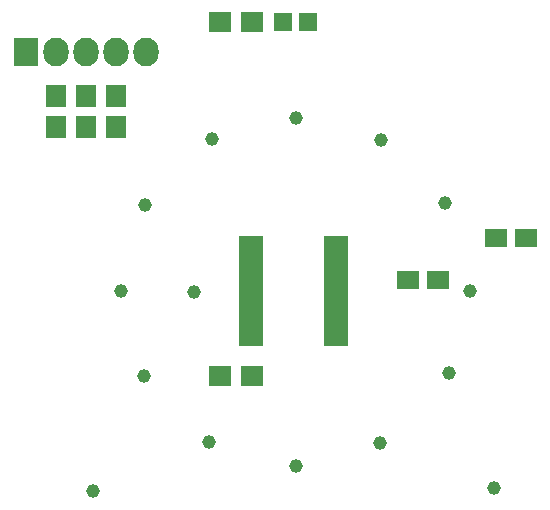
<source format=gbs>
%TF.GenerationSoftware,KiCad,Pcbnew,4.0.2-4+6225~38~ubuntu14.04.1-stable*%
%TF.CreationDate,2016-04-08T17:21:36+01:00*%
%TF.ProjectId,clockface,636C6F636B666163652E6B696361645F,rev?*%
%TF.FileFunction,Soldermask,Bot*%
%FSLAX46Y46*%
G04 Gerber Fmt 4.6, Leading zero omitted, Abs format (unit mm)*
G04 Created by KiCad (PCBNEW 4.0.2-4+6225~38~ubuntu14.04.1-stable) date Fri 08 Apr 2016 17:21:36 BST*
%MOMM*%
G01*
G04 APERTURE LIST*
%ADD10C,0.100000*%
%ADD11C,1.150000*%
%ADD12R,1.900000X1.650000*%
%ADD13R,1.598880X1.598880*%
%ADD14R,1.900000X1.700000*%
%ADD15R,1.700000X1.900000*%
%ADD16R,2.150000X0.850000*%
%ADD17R,2.127200X2.432000*%
%ADD18O,2.127200X2.432000*%
G04 APERTURE END LIST*
D10*
D11*
X164633001Y-110568000D03*
X130724001Y-110822000D03*
X139233001Y-93931000D03*
X140807801Y-81002400D03*
X135092801Y-86565000D03*
X133111601Y-93905600D03*
X135016601Y-101119200D03*
X140528401Y-106707200D03*
X147869001Y-108713800D03*
X154981001Y-106783400D03*
X160873801Y-100789000D03*
X162601001Y-93905600D03*
X160543601Y-86412600D03*
X155057201Y-81129400D03*
X147869001Y-79199000D03*
D12*
X157413640Y-92915740D03*
X159913640Y-92915740D03*
X164866000Y-89408000D03*
X167366000Y-89408000D03*
D13*
X146819620Y-71071740D03*
X148917660Y-71071740D03*
D14*
X141438640Y-71071740D03*
X144138640Y-71071740D03*
X144138640Y-101043740D03*
X141438640Y-101043740D03*
D15*
X130088640Y-80041740D03*
X130088640Y-77341740D03*
X127548640Y-80041740D03*
X127548640Y-77341740D03*
X132628640Y-80041740D03*
X132628640Y-77341740D03*
D16*
X144101000Y-98078000D03*
X144101000Y-97428000D03*
X144101000Y-96778000D03*
X144101000Y-96128000D03*
X144101000Y-95478000D03*
X144101000Y-94828000D03*
X144101000Y-94178000D03*
X144101000Y-93528000D03*
X144101000Y-92878000D03*
X144101000Y-92228000D03*
X144101000Y-91578000D03*
X144101000Y-90928000D03*
X144101000Y-90278000D03*
X144101000Y-89628000D03*
X151301000Y-89628000D03*
X151301000Y-90278000D03*
X151301000Y-90928000D03*
X151301000Y-91578000D03*
X151301000Y-92228000D03*
X151301000Y-92878000D03*
X151301000Y-93528000D03*
X151301000Y-94178000D03*
X151301000Y-94828000D03*
X151301000Y-95478000D03*
X151301000Y-96128000D03*
X151301000Y-96778000D03*
X151301000Y-97428000D03*
X151301000Y-98078000D03*
D17*
X125008640Y-73611740D03*
D18*
X127548640Y-73611740D03*
X130088640Y-73611740D03*
X132628640Y-73611740D03*
X135168640Y-73611740D03*
M02*

</source>
